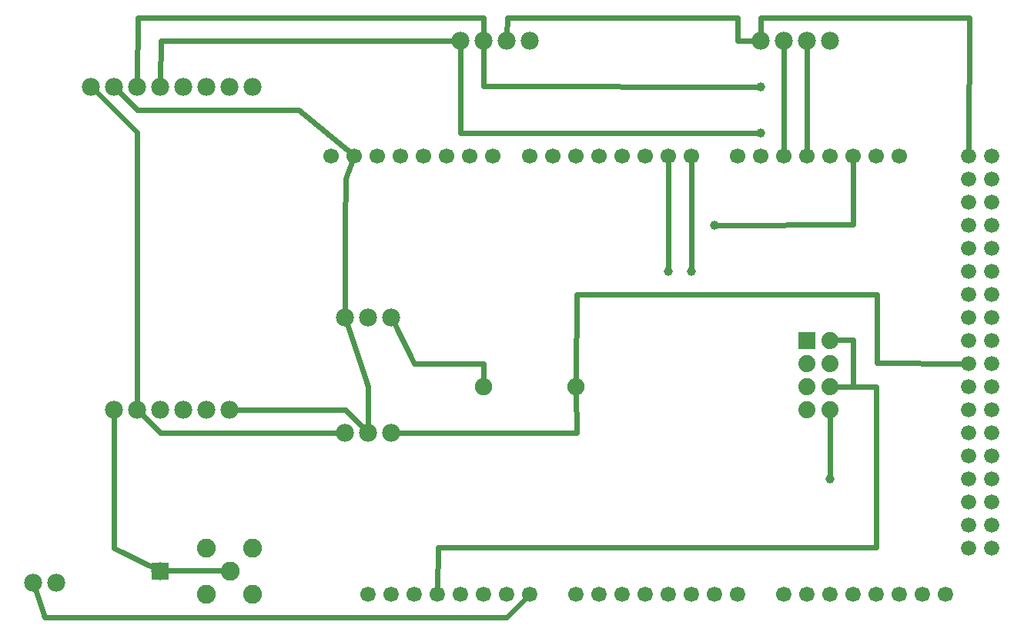
<source format=gbl>
G04 MADE WITH FRITZING*
G04 WWW.FRITZING.ORG*
G04 DOUBLE SIDED*
G04 HOLES PLATED*
G04 CONTOUR ON CENTER OF CONTOUR VECTOR*
%ASAXBY*%
%FSLAX23Y23*%
%MOIN*%
%OFA0B0*%
%SFA1.0B1.0*%
%ADD10C,0.078000*%
%ADD11C,0.066604*%
%ADD12C,0.066632*%
%ADD13C,0.065993*%
%ADD14C,0.074000*%
%ADD15C,0.082000*%
%ADD16C,0.075000*%
%ADD17C,0.039370*%
%ADD18R,0.074000X0.074000*%
%ADD19R,0.078000X0.078000*%
%ADD20C,0.024000*%
%LNCOPPER0*%
G90*
G70*
G54D10*
X448Y2366D03*
X548Y2366D03*
X648Y2366D03*
X748Y2366D03*
X848Y2366D03*
X948Y2366D03*
X1048Y2366D03*
X1148Y2366D03*
G54D11*
X3548Y166D03*
X3648Y166D03*
X3748Y166D03*
X3848Y166D03*
G54D12*
X2188Y2066D03*
G54D11*
X3948Y166D03*
X4048Y166D03*
X4148Y166D03*
G54D13*
X4348Y1166D03*
G54D11*
X2548Y166D03*
X2648Y166D03*
X1948Y166D03*
X2748Y166D03*
X2848Y166D03*
X2948Y166D03*
X3048Y166D03*
X3148Y166D03*
G54D13*
X4348Y1966D03*
G54D11*
X3248Y166D03*
G54D13*
X4348Y366D03*
G54D12*
X2748Y2066D03*
G54D13*
X4348Y1566D03*
X4348Y766D03*
G54D12*
X1788Y2066D03*
G54D11*
X2348Y166D03*
G54D12*
X2348Y2066D03*
G54D13*
X4348Y1766D03*
X4348Y1366D03*
X4348Y966D03*
X4348Y566D03*
G54D12*
X3948Y2066D03*
X3848Y2066D03*
X3748Y2066D03*
X1588Y2066D03*
X3648Y2066D03*
X1988Y2066D03*
X3548Y2066D03*
X3448Y2066D03*
X3348Y2066D03*
X3248Y2066D03*
G54D11*
X1748Y166D03*
X2148Y166D03*
G54D12*
X2948Y2066D03*
X2548Y2066D03*
G54D13*
X4348Y2066D03*
X4348Y1866D03*
X4348Y1666D03*
X4348Y1466D03*
X4348Y1266D03*
X4348Y1066D03*
X4348Y866D03*
X4348Y666D03*
X4348Y466D03*
G54D12*
X1488Y2066D03*
X1688Y2066D03*
X1888Y2066D03*
X2088Y2066D03*
G54D11*
X1648Y166D03*
X1848Y166D03*
X2048Y166D03*
X2248Y166D03*
G54D12*
X3048Y2066D03*
X2848Y2066D03*
X2648Y2066D03*
X2448Y2066D03*
G54D13*
X4248Y2066D03*
X4248Y1966D03*
X4248Y1866D03*
X4248Y1766D03*
X4248Y1666D03*
X4248Y1566D03*
X4248Y1466D03*
X4248Y1366D03*
X4248Y1266D03*
X4248Y1166D03*
X4248Y1066D03*
X4248Y966D03*
X4248Y866D03*
X4248Y766D03*
X4248Y666D03*
X4248Y566D03*
X4248Y466D03*
X4248Y366D03*
G54D11*
X3448Y166D03*
G54D14*
X3648Y1266D03*
X3648Y1166D03*
X3648Y1066D03*
X3648Y966D03*
X3548Y1266D03*
X3548Y1166D03*
X3548Y1066D03*
X3548Y966D03*
G54D10*
X548Y966D03*
X648Y966D03*
X748Y966D03*
X848Y966D03*
X948Y966D03*
X1048Y966D03*
X748Y266D03*
G54D15*
X948Y166D03*
X1049Y266D03*
X1148Y166D03*
X1148Y366D03*
X948Y366D03*
G54D10*
X3348Y2566D03*
X3448Y2566D03*
X3548Y2566D03*
X3648Y2566D03*
X1548Y866D03*
X1648Y866D03*
X1748Y866D03*
G54D16*
X2148Y1066D03*
X2548Y1066D03*
G54D10*
X2048Y2566D03*
X2148Y2566D03*
X2248Y2566D03*
X2348Y2566D03*
X1548Y1366D03*
X1648Y1366D03*
X1748Y1366D03*
X198Y216D03*
X198Y216D03*
X298Y216D03*
G54D17*
X3048Y1566D03*
X3148Y1766D03*
X3647Y666D03*
X2948Y1566D03*
X3348Y2166D03*
X3348Y2366D03*
G54D18*
X3548Y1266D03*
G54D19*
X748Y266D03*
G54D20*
X747Y866D02*
X662Y953D01*
D02*
X1529Y866D02*
X747Y866D01*
D02*
X847Y267D02*
X767Y267D01*
D02*
X1028Y267D02*
X847Y267D01*
D02*
X548Y366D02*
X548Y947D01*
D02*
X731Y275D02*
X548Y366D01*
D02*
X648Y985D02*
X647Y2168D01*
D02*
X647Y2168D02*
X462Y2353D01*
D02*
X1346Y2266D02*
X646Y2266D01*
D02*
X646Y2266D02*
X562Y2353D01*
D02*
X1574Y2079D02*
X1346Y2266D01*
D02*
X2247Y66D02*
X2335Y153D01*
D02*
X248Y66D02*
X2247Y66D01*
D02*
X204Y198D02*
X248Y66D01*
D02*
X1549Y1967D02*
X1581Y2049D01*
D02*
X1548Y1766D02*
X1549Y1967D01*
D02*
X1548Y1385D02*
X1548Y1766D01*
D02*
X1648Y1066D02*
X1554Y1348D01*
D02*
X1648Y885D02*
X1648Y1066D01*
D02*
X3748Y1767D02*
X3748Y2047D01*
D02*
X3156Y1766D02*
X3748Y1767D01*
D02*
X3849Y1466D02*
X3849Y1167D01*
D02*
X3849Y1167D02*
X4230Y1166D01*
D02*
X2549Y1466D02*
X3849Y1466D01*
D02*
X2548Y1084D02*
X2549Y1466D01*
D02*
X3847Y368D02*
X3647Y368D01*
D02*
X3847Y1066D02*
X3847Y368D01*
D02*
X1950Y368D02*
X1948Y185D01*
D02*
X3647Y368D02*
X1950Y368D01*
D02*
X3668Y1066D02*
X3847Y1066D01*
D02*
X3748Y1066D02*
X3668Y1066D01*
D02*
X3748Y1268D02*
X3748Y1066D01*
D02*
X3668Y1267D02*
X3748Y1268D01*
D02*
X2948Y1574D02*
X2948Y2047D01*
D02*
X3648Y946D02*
X3647Y674D01*
D02*
X3048Y1766D02*
X3048Y2047D01*
D02*
X3048Y1574D02*
X3048Y1766D01*
D02*
X2549Y865D02*
X1767Y866D01*
D02*
X2548Y1049D02*
X2549Y865D01*
D02*
X1635Y880D02*
X1549Y966D01*
D02*
X1549Y966D02*
X1067Y966D01*
D02*
X2147Y1166D02*
X2148Y1084D01*
D02*
X1847Y1166D02*
X2147Y1166D01*
D02*
X1757Y1349D02*
X1847Y1166D01*
D02*
X3448Y2547D02*
X3448Y2366D01*
D02*
X3448Y2366D02*
X3448Y2085D01*
D02*
X3548Y2366D02*
X3548Y2085D01*
D02*
X3548Y2547D02*
X3548Y2366D01*
D02*
X4249Y2666D02*
X3348Y2666D01*
D02*
X3348Y2666D02*
X3348Y2585D01*
D02*
X4248Y2085D02*
X4249Y2666D01*
D02*
X3248Y2566D02*
X3248Y2666D01*
D02*
X3248Y2666D02*
X2249Y2666D01*
D02*
X2249Y2666D02*
X2248Y2585D01*
D02*
X3329Y2566D02*
X3248Y2566D01*
D02*
X2048Y2166D02*
X2048Y2547D01*
D02*
X3340Y2166D02*
X2048Y2166D01*
D02*
X749Y2566D02*
X748Y2385D01*
D02*
X2029Y2566D02*
X749Y2566D01*
D02*
X2148Y2666D02*
X2148Y2585D01*
D02*
X649Y2666D02*
X2148Y2666D01*
D02*
X648Y2385D02*
X649Y2666D01*
D02*
X2148Y2547D02*
X2148Y2367D01*
D02*
X2148Y2367D02*
X3340Y2366D01*
G04 End of Copper0*
M02*
</source>
